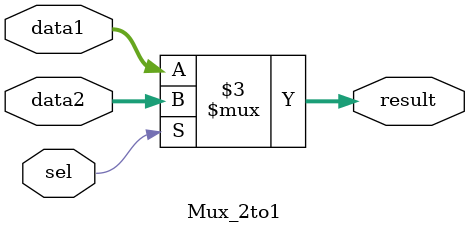
<source format=v>
`timescale 1ns / 1ps

module Mux_2to1(sel, data1, data2, result);
    parameter N = 32;
    input sel;
    input [N - 1:0] data1, data2;
    output reg [N - 1:0] result;
    always @ (*) begin
        result = (sel == 0) ? data1:data2;
    end
endmodule

</source>
